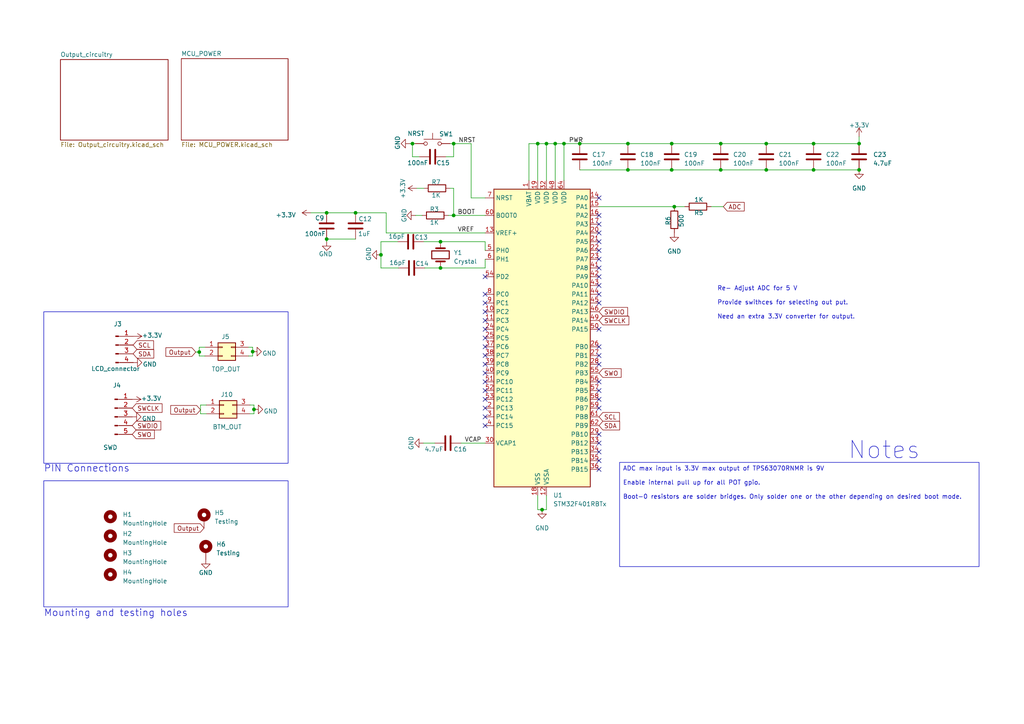
<source format=kicad_sch>
(kicad_sch (version 20230121) (generator eeschema)
  (paper "A4")
  (title_block (title "Power Supply") (date "2023-06-20") (rev "1") (company "Eric Mullally"))
  (lib_symbols
    (symbol "Connector:Conn_01x04_Pin" (pin_names (offset 1.016) hide)
      (property "Reference" "J" (at 0 5.08 0))
      (property "Value" "Conn_01x04_Pin" (at 0 -7.62 0))
      (symbol "Conn_01x04_Pin_1_1"
        (polyline (pts (xy 1.27 -5.08) (xy 0.8636 -5.08)) (stroke (width 0.1524)))
        (polyline (pts (xy 1.27 -2.54) (xy 0.8636 -2.54)) (stroke (width 0.1524)))
        (polyline (pts (xy 1.27 0) (xy 0.8636 0)) (stroke (width 0.1524)))
        (polyline (pts (xy 1.27 2.54) (xy 0.8636 2.54)) (stroke (width 0.1524)))
        (rectangle (start 0.8636 -4.953) (end 0 -5.207) (stroke (width 0.1524)) (fill (type outline)))
        (rectangle (start 0.8636 -2.413) (end 0 -2.667) (stroke (width 0.1524)) (fill (type outline)))
        (rectangle (start 0.8636 0.127) (end 0 -0.127) (stroke (width 0.1524)) (fill (type outline)))
        (rectangle (start 0.8636 2.667) (end 0 2.413) (stroke (width 0.1524)) (fill (type outline)))
        (pin passive line (at 5.08 2.54 180) (length 3.81) (name "Pin_1") (number "1"))
        (pin passive line (at 5.08 0 180) (length 3.81) (name "Pin_2") (number "2"))
        (pin passive line (at 5.08 -2.54 180) (length 3.81) (name "Pin_3") (number "3"))
        (pin passive line (at 5.08 -5.08 180) (length 3.81) (name "Pin_4") (number "4"))
      )
    )
    (symbol "Connector:Conn_01x05_Pin" (pin_names (offset 1.016) hide)
      (property "Reference" "J" (at 0 7.62 0))
      (property "Value" "Conn_01x05_Pin" (at 0 -7.62 0))
      (symbol "Conn_01x05_Pin_1_1"
        (polyline (pts (xy 1.27 -5.08) (xy 0.8636 -5.08)) (stroke (width 0.1524)))
        (polyline (pts (xy 1.27 -2.54) (xy 0.8636 -2.54)) (stroke (width 0.1524)))
        (polyline (pts (xy 1.27 0) (xy 0.8636 0)) (stroke (width 0.1524)))
        (polyline (pts (xy 1.27 2.54) (xy 0.8636 2.54)) (stroke (width 0.1524)))
        (polyline (pts (xy 1.27 5.08) (xy 0.8636 5.08)) (stroke (width 0.1524)))
        (rectangle (start 0.8636 -4.953) (end 0 -5.207) (stroke (width 0.1524)) (fill (type outline)))
        (rectangle (start 0.8636 -2.413) (end 0 -2.667) (stroke (width 0.1524)) (fill (type outline)))
        (rectangle (start 0.8636 0.127) (end 0 -0.127) (stroke (width 0.1524)) (fill (type outline)))
        (rectangle (start 0.8636 2.667) (end 0 2.413) (stroke (width 0.1524)) (fill (type outline)))
        (rectangle (start 0.8636 5.207) (end 0 4.953) (stroke (width 0.1524)) (fill (type outline)))
        (pin passive line (at 5.08 5.08 180) (length 3.81) (name "Pin_1") (number "1"))
        (pin passive line (at 5.08 2.54 180) (length 3.81) (name "Pin_2") (number "2"))
        (pin passive line (at 5.08 0 180) (length 3.81) (name "Pin_3") (number "3"))
        (pin passive line (at 5.08 -2.54 180) (length 3.81) (name "Pin_4") (number "4"))
        (pin passive line (at 5.08 -5.08 180) (length 3.81) (name "Pin_5") (number "5"))
      )
    )
    (symbol "Connector_Generic:Conn_02x02_Top_Bottom" (pin_names (offset 1.016) hide)
      (property "Reference" "J" (at 1.27 2.54 0))
      (property "Value" "Conn_02x02_Top_Bottom" (at 1.27 -5.08 0))
      (symbol "Conn_02x02_Top_Bottom_1_1"
        (rectangle (start -1.27 -2.413) (end 0 -2.667) (stroke (width 0.1524)))
        (rectangle (start -1.27 0.127) (end 0 -0.127) (stroke (width 0.1524)))
        (rectangle (start -1.27 1.27) (end 3.81 -3.81) (stroke (width 0.254)) (fill (type background)))
        (rectangle (start 3.81 -2.413) (end 2.54 -2.667) (stroke (width 0.1524)))
        (rectangle (start 3.81 0.127) (end 2.54 -0.127) (stroke (width 0.1524)))
        (pin passive line (at -5.08 0 0) (length 3.81) (name "Pin_1") (number "1"))
        (pin passive line (at -5.08 -2.54 0) (length 3.81) (name "Pin_2") (number "2"))
        (pin passive line (at 7.62 0 180) (length 3.81) (name "Pin_3") (number "3"))
        (pin passive line (at 7.62 -2.54 180) (length 3.81) (name "Pin_4") (number "4"))
      )
    )
    (symbol "Device:C" (pin_numbers hide) (pin_names (offset 0.254))
      (property "Reference" "C" (at 0.635 2.54 0))
      (property "Value" "C" (at 0.635 -2.54 0))
      (symbol "C_0_1"
        (polyline (pts (xy -2.032 -0.762) (xy 2.032 -0.762)) (stroke (width 0.508)))
        (polyline (pts (xy -2.032 0.762) (xy 2.032 0.762)) (stroke (width 0.508)))
      )
      (symbol "C_1_1"
        (pin passive line (at 0 3.81 270) (length 2.794) (name "~") (number "1"))
        (pin passive line (at 0 -3.81 90) (length 2.794) (name "~") (number "2"))
      )
    )
    (symbol "Device:Crystal" (pin_numbers hide) (pin_names (offset 1.016) hide)
      (property "Reference" "Y" (at 0 3.81 0))
      (property "Value" "Crystal" (at 0 -3.81 0))
      (symbol "Crystal_0_1"
        (rectangle (start -1.143 2.54) (end 1.143 -2.54) (stroke (width 0.3048)))
        (polyline (pts (xy -2.54 0) (xy -1.905 0)))
        (polyline (pts (xy -1.905 -1.27) (xy -1.905 1.27)) (stroke (width 0.508)))
        (polyline (pts (xy 1.905 -1.27) (xy 1.905 1.27)) (stroke (width 0.508)))
        (polyline (pts (xy 2.54 0) (xy 1.905 0)))
      )
      (symbol "Crystal_1_1"
        (pin passive line (at -3.81 0 0) (length 1.27) (name "1") (number "1"))
        (pin passive line (at 3.81 0 180) (length 1.27) (name "2") (number "2"))
      )
    )
    (symbol "Device:R" (pin_numbers hide) (pin_names (offset 0))
      (property "Reference" "R" (at 2.032 0 90))
      (property "Value" "R" (at 0 0 90))
      (symbol "R_0_1"
        (rectangle (start -1.016 -2.54) (end 1.016 2.54) (stroke (width 0.254)))
      )
      (symbol "R_1_1"
        (pin passive line (at 0 3.81 270) (length 1.27) (name "~") (number "1"))
        (pin passive line (at 0 -3.81 90) (length 1.27) (name "~") (number "2"))
      )
    )
    (symbol "MCU_ST_STM32F4:STM32F401RBTx"
      (property "Reference" "U" (at -12.7 44.45 0))
      (property "Value" "STM32F401RBTx" (at 10.16 44.45 0))
      (symbol "STM32F401RBTx_0_1"
        (rectangle (start -12.7 -43.18) (end 15.24 43.18) (stroke (width 0.254)) (fill (type background)))
      )
      (symbol "STM32F401RBTx_1_1"
        (pin power_in line (at -2.54 45.72 270) (length 2.54) (name "VBAT") (number "1"))
        (pin bidirectional line (at -15.24 7.62 0) (length 2.54) (name "PC2") (number "10"))
        (pin bidirectional line (at -15.24 5.08 0) (length 2.54) (name "PC3") (number "11"))
        (pin power_in line (at 2.54 -45.72 90) (length 2.54) (name "VSSA") (number "12"))
        (pin input line (at -15.24 30.48 0) (length 2.54) (name "VREF+") (number "13"))
        (pin bidirectional line (at 17.78 40.64 180) (length 2.54) (name "PA0") (number "14"))
        (pin bidirectional line (at 17.78 38.1 180) (length 2.54) (name "PA1") (number "15"))
        (pin bidirectional line (at 17.78 35.56 180) (length 2.54) (name "PA2") (number "16"))
        (pin bidirectional line (at 17.78 33.02 180) (length 2.54) (name "PA3") (number "17"))
        (pin power_in line (at 0 -45.72 90) (length 2.54) (name "VSS") (number "18"))
        (pin power_in line (at 0 45.72 270) (length 2.54) (name "VDD") (number "19"))
        (pin bidirectional line (at -15.24 -20.32 0) (length 2.54) (name "PC13") (number "2"))
        (pin bidirectional line (at 17.78 30.48 180) (length 2.54) (name "PA4") (number "20"))
        (pin bidirectional line (at 17.78 27.94 180) (length 2.54) (name "PA5") (number "21"))
        (pin bidirectional line (at 17.78 25.4 180) (length 2.54) (name "PA6") (number "22"))
        (pin bidirectional line (at 17.78 22.86 180) (length 2.54) (name "PA7") (number "23"))
        (pin bidirectional line (at -15.24 2.54 0) (length 2.54) (name "PC4") (number "24"))
        (pin bidirectional line (at -15.24 0 0) (length 2.54) (name "PC5") (number "25"))
        (pin bidirectional line (at 17.78 -2.54 180) (length 2.54) (name "PB0") (number "26"))
        (pin bidirectional line (at 17.78 -5.08 180) (length 2.54) (name "PB1") (number "27"))
        (pin bidirectional line (at 17.78 -7.62 180) (length 2.54) (name "PB2") (number "28"))
        (pin bidirectional line (at 17.78 -27.94 180) (length 2.54) (name "PB10") (number "29"))
        (pin bidirectional line (at -15.24 -22.86 0) (length 2.54) (name "PC14") (number "3"))
        (pin power_out line (at -15.24 -30.48 0) (length 2.54) (name "VCAP1") (number "30"))
        (pin passive line (at 0 -45.72 90) (length 2.54) hide (name "VSS") (number "31"))
        (pin power_in line (at 2.54 45.72 270) (length 2.54) (name "VDD") (number "32"))
        (pin bidirectional line (at 17.78 -30.48 180) (length 2.54) (name "PB12") (number "33"))
        (pin bidirectional line (at 17.78 -33.02 180) (length 2.54) (name "PB13") (number "34"))
        (pin bidirectional line (at 17.78 -35.56 180) (length 2.54) (name "PB14") (number "35"))
        (pin bidirectional line (at 17.78 -38.1 180) (length 2.54) (name "PB15") (number "36"))
        (pin bidirectional line (at -15.24 -2.54 0) (length 2.54) (name "PC6") (number "37"))
        (pin bidirectional line (at -15.24 -5.08 0) (length 2.54) (name "PC7") (number "38"))
        (pin bidirectional line (at -15.24 -7.62 0) (length 2.54) (name "PC8") (number "39"))
        (pin bidirectional line (at -15.24 -25.4 0) (length 2.54) (name "PC15") (number "4"))
        (pin bidirectional line (at -15.24 -10.16 0) (length 2.54) (name "PC9") (number "40"))
        (pin bidirectional line (at 17.78 20.32 180) (length 2.54) (name "PA8") (number "41"))
        (pin bidirectional line (at 17.78 17.78 180) (length 2.54) (name "PA9") (number "42"))
        (pin bidirectional line (at 17.78 15.24 180) (length 2.54) (name "PA10") (number "43"))
        (pin bidirectional line (at 17.78 12.7 180) (length 2.54) (name "PA11") (number "44"))
        (pin bidirectional line (at 17.78 10.16 180) (length 2.54) (name "PA12") (number "45"))
        (pin bidirectional line (at 17.78 7.62 180) (length 2.54) (name "PA13") (number "46"))
        (pin passive line (at 0 -45.72 90) (length 2.54) hide (name "VSS") (number "47"))
        (pin power_in line (at 5.08 45.72 270) (length 2.54) (name "VDD") (number "48"))
        (pin bidirectional line (at 17.78 5.08 180) (length 2.54) (name "PA14") (number "49"))
        (pin bidirectional line (at -15.24 25.4 0) (length 2.54) (name "PH0") (number "5"))
        (pin bidirectional line (at 17.78 2.54 180) (length 2.54) (name "PA15") (number "50"))
        (pin bidirectional line (at -15.24 -12.7 0) (length 2.54) (name "PC10") (number "51"))
        (pin bidirectional line (at -15.24 -15.24 0) (length 2.54) (name "PC11") (number "52"))
        (pin bidirectional line (at -15.24 -17.78 0) (length 2.54) (name "PC12") (number "53"))
        (pin bidirectional line (at -15.24 17.78 0) (length 2.54) (name "PD2") (number "54"))
        (pin bidirectional line (at 17.78 -10.16 180) (length 2.54) (name "PB3") (number "55"))
        (pin bidirectional line (at 17.78 -12.7 180) (length 2.54) (name "PB4") (number "56"))
        (pin bidirectional line (at 17.78 -15.24 180) (length 2.54) (name "PB5") (number "57"))
        (pin bidirectional line (at 17.78 -17.78 180) (length 2.54) (name "PB6") (number "58"))
        (pin bidirectional line (at 17.78 -20.32 180) (length 2.54) (name "PB7") (number "59"))
        (pin bidirectional line (at -15.24 22.86 0) (length 2.54) (name "PH1") (number "6"))
        (pin input line (at -15.24 35.56 0) (length 2.54) (name "BOOT0") (number "60"))
        (pin bidirectional line (at 17.78 -22.86 180) (length 2.54) (name "PB8") (number "61"))
        (pin bidirectional line (at 17.78 -25.4 180) (length 2.54) (name "PB9") (number "62"))
        (pin passive line (at 0 -45.72 90) (length 2.54) hide (name "VSS") (number "63"))
        (pin power_in line (at 7.62 45.72 270) (length 2.54) (name "VDD") (number "64"))
        (pin input line (at -15.24 40.64 0) (length 2.54) (name "NRST") (number "7"))
        (pin bidirectional line (at -15.24 12.7 0) (length 2.54) (name "PC0") (number "8"))
        (pin bidirectional line (at -15.24 10.16 0) (length 2.54) (name "PC1") (number "9"))
      )
    )
    (symbol "Mechanical:MountingHole" (pin_names (offset 1.016))
      (property "Reference" "H" (at 0 5.08 0))
      (property "Value" "MountingHole" (at 0 3.175 0))
      (symbol "MountingHole_0_1"
        (circle (center 0 0) (radius 1.27) (stroke (width 1.27)))
      )
    )
    (symbol "Mechanical:MountingHole_Pad" (pin_numbers hide) (pin_names (offset 1.016) hide)
      (property "Reference" "H" (at 0 6.35 0))
      (property "Value" "MountingHole_Pad" (at 0 4.445 0))
      (symbol "MountingHole_Pad_0_1"
        (circle (center 0 1.27) (radius 1.27) (stroke (width 1.27)))
      )
      (symbol "MountingHole_Pad_1_1"
        (pin input line (at 0 -2.54 90) (length 2.54) (name "1") (number "1"))
      )
    )
    (symbol "Switch:SW_Push" (pin_numbers hide) (pin_names (offset 1.016) hide)
      (property "Reference" "SW" (at 1.27 2.54 0))
      (property "Value" "SW_Push" (at 0 -1.524 0))
      (symbol "SW_Push_0_1"
        (circle (center -2.032 0) (radius 0.508))
        (polyline (pts (xy 0 1.27) (xy 0 3.048)))
        (polyline (pts (xy 2.54 1.27) (xy -2.54 1.27)))
        (circle (center 2.032 0) (radius 0.508))
        (pin passive line (at -5.08 0 0) (length 2.54) (name "1") (number "1"))
        (pin passive line (at 5.08 0 180) (length 2.54) (name "2") (number "2"))
      )
    )
    (symbol "power:+3.3V" (power) (pin_names (offset 0))
      (property "Value" "+3.3V" (at 0 3.556 0))
      (symbol "+3.3V_0_1"
        (polyline (pts (xy -0.762 1.27) (xy 0 2.54)))
        (polyline (pts (xy 0 0) (xy 0 2.54)))
        (polyline (pts (xy 0 2.54) (xy 0.762 1.27)))
      )
      (symbol "+3.3V_1_1"
        (pin power_in line (at 0 0 90) (length 0) hide (name "+3.3V") (number "1"))
      )
    )
    (symbol "power:GND" (power) (pin_names (offset 0))
      (property "Value" "GND" (at 0 -3.81 0))
      (symbol "GND_0_1"
        (polyline (pts (xy 0 0) (xy 0 -1.27) (xy 1.27 -1.27) (xy 0 -2.54) (xy -1.27 -1.27) (xy 0 -1.27)))
      )
      (symbol "GND_1_1"
        (pin power_in line (at 0 0 270) (length 0) hide (name "GND") (number "1"))
      )
    )
  )
  (junction (at 222.25 49.276))
  (junction (at 249.174 49.276))
  (junction (at 157.226 147.828))
  (junction (at 119.634 41.656))
  (junction (at 182.118 41.656))
  (junction (at 158.496 41.656))
  (junction (at 249.174 41.656))
  (junction (at 73.279 101.981))
  (junction (at 155.956 41.656))
  (junction (at 235.966 49.276))
  (junction (at 222.25 41.656))
  (junction (at 131.572 41.656))
  (junction (at 161.036 41.656))
  (junction (at 235.966 41.656))
  (junction (at 103.124 61.722))
  (junction (at 194.818 49.276))
  (junction (at 195.58 59.944))
  (junction (at 163.576 41.656))
  (junction (at 94.742 69.342))
  (junction (at 168.148 41.656))
  (junction (at 127.762 70.104))
  (junction (at 194.818 41.656))
  (junction (at 110.49 73.914))
  (junction (at 127.762 77.724))
  (junction (at 209.042 49.276))
  (junction (at 73.66 118.745))
  (junction (at 131.572 62.484))
  (junction (at 182.118 49.276))
  (junction (at 209.042 41.656))
  (junction (at 57.785 102.108))
  (junction (at 94.742 61.722))
  (no_connect (at 140.716 105.664))
  (no_connect (at 140.716 108.204))
  (no_connect (at 173.736 131.064))
  (no_connect (at 173.736 113.284))
  (no_connect (at 173.736 70.104))
  (no_connect (at 173.736 62.484))
  (no_connect (at 173.736 67.564))
  (no_connect (at 173.736 136.144))
  (no_connect (at 173.736 105.664))
  (no_connect (at 173.736 95.504))
  (no_connect (at 140.716 118.364))
  (no_connect (at 173.736 100.584))
  (no_connect (at 173.736 77.724))
  (no_connect (at 140.716 92.964))
  (no_connect (at 173.736 128.524))
  (no_connect (at 140.716 123.444))
  (no_connect (at 140.716 103.124))
  (no_connect (at 140.716 98.044))
  (no_connect (at 173.736 57.404))
  (no_connect (at 173.736 118.364))
  (no_connect (at 140.716 120.904))
  (no_connect (at 140.716 115.824))
  (no_connect (at 140.716 85.344))
  (no_connect (at 140.716 80.264))
  (no_connect (at 140.716 110.744))
  (no_connect (at 140.716 113.284))
  (no_connect (at 173.736 75.184))
  (no_connect (at 140.716 90.424))
  (no_connect (at 173.736 82.804))
  (no_connect (at 173.736 80.264))
  (no_connect (at 173.736 110.744))
  (no_connect (at 140.716 87.884))
  (no_connect (at 173.736 103.124))
  (no_connect (at 173.736 133.604))
  (no_connect (at 173.736 85.344))
  (no_connect (at 140.716 100.584))
  (no_connect (at 173.736 87.884))
  (no_connect (at 173.736 115.824))
  (no_connect (at 173.736 125.984))
  (no_connect (at 173.736 65.024))
  (no_connect (at 173.736 72.644))
  (no_connect (at 140.716 95.504))
  (wire (pts (xy 58.166 117.475) (xy 58.166 120.015)))
  (wire (pts (xy 131.572 41.656) (xy 136.652 41.656)))
  (wire (pts (xy 235.966 41.656) (xy 249.174 41.656)))
  (wire (pts (xy 123.19 77.724) (xy 127.762 77.724)))
  (wire (pts (xy 94.742 61.722) (xy 103.124 61.722)))
  (wire (pts (xy 119.634 41.656) (xy 120.396 41.656)))
  (wire (pts (xy 73.66 118.745) (xy 73.66 120.015)))
  (wire (pts (xy 194.818 49.276) (xy 209.042 49.276)))
  (wire (pts (xy 131.572 45.466) (xy 131.572 41.656)))
  (wire (pts (xy 140.716 70.104) (xy 140.716 72.644)))
  (wire (pts (xy 131.572 54.61) (xy 131.572 62.484)))
  (wire (pts (xy 161.036 41.656) (xy 161.036 52.324)))
  (wire (pts (xy 94.742 69.342) (xy 103.124 69.342)))
  (wire (pts (xy 129.286 45.466) (xy 131.572 45.466)))
  (wire (pts (xy 158.496 41.656) (xy 161.036 41.656)))
  (wire (pts (xy 153.416 41.656) (xy 153.416 52.324)))
  (wire (pts (xy 73.279 100.711) (xy 73.279 101.981)))
  (wire (pts (xy 120.523 62.484) (xy 122.428 62.484)))
  (wire (pts (xy 209.042 41.656) (xy 222.25 41.656)))
  (wire (pts (xy 110.49 73.914) (xy 110.49 77.724)))
  (wire (pts (xy 112.014 67.564) (xy 140.716 67.564)))
  (wire (pts (xy 72.517 120.015) (xy 73.66 120.015)))
  (wire (pts (xy 161.036 41.656) (xy 163.576 41.656)))
  (wire (pts (xy 130.048 62.484) (xy 131.572 62.484)))
  (wire (pts (xy 163.576 41.656) (xy 168.148 41.656)))
  (wire (pts (xy 57.785 103.251) (xy 59.436 103.251)))
  (wire (pts (xy 182.118 41.656) (xy 194.818 41.656)))
  (wire (pts (xy 122.809 128.524) (xy 126.111 128.524)))
  (wire (pts (xy 222.25 41.656) (xy 235.966 41.656)))
  (wire (pts (xy 194.818 41.656) (xy 209.042 41.656)))
  (wire (pts (xy 155.956 41.656) (xy 155.956 52.324)))
  (wire (pts (xy 110.49 77.724) (xy 115.57 77.724)))
  (wire (pts (xy 249.174 39.624) (xy 249.174 41.656)))
  (wire (pts (xy 90.17 61.722) (xy 94.742 61.722)))
  (wire (pts (xy 72.136 103.251) (xy 73.279 103.251)))
  (wire (pts (xy 173.736 59.944) (xy 195.58 59.944)))
  (wire (pts (xy 94.742 70.104) (xy 94.742 69.342)))
  (wire (pts (xy 127.762 70.104) (xy 140.716 70.104)))
  (wire (pts (xy 120.904 54.61) (xy 122.936 54.61)))
  (wire (pts (xy 112.014 61.722) (xy 112.014 67.564)))
  (wire (pts (xy 72.517 117.475) (xy 73.66 117.475)))
  (wire (pts (xy 158.496 41.656) (xy 158.496 52.324)))
  (wire (pts (xy 72.136 100.711) (xy 73.279 100.711)))
  (wire (pts (xy 56.769 102.108) (xy 57.785 102.108)))
  (wire (pts (xy 155.956 143.764) (xy 155.956 147.828)))
  (wire (pts (xy 127.762 77.724) (xy 140.716 77.724)))
  (wire (pts (xy 131.572 62.484) (xy 140.716 62.484)))
  (wire (pts (xy 155.956 147.828) (xy 157.226 147.828)))
  (wire (pts (xy 153.416 41.656) (xy 155.956 41.656)))
  (wire (pts (xy 73.279 101.981) (xy 73.279 103.251)))
  (wire (pts (xy 115.316 70.104) (xy 110.49 70.104)))
  (wire (pts (xy 130.556 54.61) (xy 131.572 54.61)))
  (wire (pts (xy 130.556 41.656) (xy 131.572 41.656)))
  (wire (pts (xy 122.936 70.104) (xy 127.762 70.104)))
  (wire (pts (xy 182.118 49.276) (xy 194.818 49.276)))
  (wire (pts (xy 168.148 49.276) (xy 182.118 49.276)))
  (wire (pts (xy 57.785 100.711) (xy 57.785 102.108)))
  (wire (pts (xy 133.731 128.524) (xy 140.716 128.524)))
  (wire (pts (xy 136.652 41.656) (xy 136.652 57.404)))
  (wire (pts (xy 103.124 61.722) (xy 112.014 61.722)))
  (wire (pts (xy 168.148 41.656) (xy 182.118 41.656)))
  (wire (pts (xy 118.872 41.656) (xy 119.634 41.656)))
  (wire (pts (xy 110.49 70.104) (xy 110.49 73.914)))
  (wire (pts (xy 58.166 120.015) (xy 59.817 120.015)))
  (wire (pts (xy 58.166 117.475) (xy 59.817 117.475)))
  (wire (pts (xy 206.248 59.944) (xy 209.804 59.944)))
  (wire (pts (xy 57.785 100.711) (xy 59.436 100.711)))
  (wire (pts (xy 163.576 52.324) (xy 163.576 41.656)))
  (wire (pts (xy 235.966 49.276) (xy 249.174 49.276)))
  (wire (pts (xy 119.634 41.656) (xy 119.634 45.466)))
  (wire (pts (xy 136.652 57.404) (xy 140.716 57.404)))
  (wire (pts (xy 157.226 147.828) (xy 158.496 147.828)))
  (wire (pts (xy 222.25 49.276) (xy 235.966 49.276)))
  (wire (pts (xy 195.58 59.944) (xy 198.628 59.944)))
  (wire (pts (xy 209.042 49.276) (xy 222.25 49.276)))
  (wire (pts (xy 158.496 147.828) (xy 158.496 143.764)))
  (wire (pts (xy 155.956 41.656) (xy 158.496 41.656)))
  (wire (pts (xy 73.66 117.475) (xy 73.66 118.745)))
  (wire (pts (xy 121.666 45.466) (xy 119.634 45.466)))
  (wire (pts (xy 140.716 75.184) (xy 140.716 77.724)))
  (wire (pts (xy 57.785 102.108) (xy 57.785 103.251)))
  (rectangle (start 12.7 90.424) (end 83.566 134.366))
  (rectangle (start 12.7 139.446) (end 83.566 176.022))
  (text_box "ADC max input is 3.3V max output of TPS63070RNMR is 9V \n \nEnable internal pull up for all POT gpio.\n\nBoot-0 resistors are solder bridges. Only solder one or the other depending on desired boot mode." (at 179.705 134.112 0) (size 104.267 30.226) (effects (font (size 1.27 1.27)) (justify left top)))
  (text "Re- Adjust ADC for 5 V\n\nProvide swithces for selecting out put.\n\nNeed an extra 3.3V converter for output.\n\n" (at 208.026 94.742 0) (effects (font (size 1.27 1.27)) (justify left bottom)))
  (text "Mounting and testing holes" (at 12.7 179.07 0) (effects (font (size 2 2)) (justify left bottom)))
  (text "Notes\n" (at 245.872 133.604 0) (effects (font (size 5 5)) (justify left bottom)))
  (text "PIN Connections\n" (at 12.7 137.16 0) (effects (font (size 2 2)) (justify left bottom)))
  (label "VCAP" (at 134.747 128.524 0))
  (label "PWR" (at 164.973 41.656 0))
  (label "BOOT" (at 132.715 62.484 0))
  (label "NRST" (at 132.969 41.656 0))
  (label "VREF" (at 132.715 67.564 0))
  (global_label "Output" (shape input) (at 56.769 102.108 180) (property "Intersheetrefs" "${INTERSHEET_REFS}" (effects hide)))
  (global_label "SWDIO" (shape input) (at 38.354 123.444 0) (property "Intersheetrefs" "${INTERSHEET_REFS}" (effects hide)))
  (global_label "SWO" (shape input) (at 173.736 108.204 0) (property "Intersheetrefs" "${INTERSHEET_REFS}" (effects hide)))
  (global_label "SCL" (shape input) (at 173.736 120.904 0) (property "Intersheetrefs" "${INTERSHEET_REFS}" (effects hide)))
  (global_label "Output" (shape input) (at 58.166 118.872 180) (property "Intersheetrefs" "${INTERSHEET_REFS}" (effects hide)))
  (global_label "ADC" (shape input) (at 209.804 59.944 0) (property "Intersheetrefs" "${INTERSHEET_REFS}" (effects hide)))
  (global_label "SWO" (shape input) (at 38.354 125.984 0) (property "Intersheetrefs" "${INTERSHEET_REFS}" (effects hide)))
  (global_label "SWCLK" (shape input) (at 173.736 92.964 0) (property "Intersheetrefs" "${INTERSHEET_REFS}" (effects hide)))
  (global_label "SWDIO" (shape input) (at 173.736 90.424 0) (property "Intersheetrefs" "${INTERSHEET_REFS}" (effects hide)))
  (global_label "Output" (shape input) (at 59.182 153.162 180) (property "Intersheetrefs" "${INTERSHEET_REFS}" (effects hide)))
  (global_label "SWCLK" (shape input) (at 38.354 118.364 0) (property "Intersheetrefs" "${INTERSHEET_REFS}" (effects hide)))
  (global_label "SDA" (shape input) (at 38.608 102.616 0) (property "Intersheetrefs" "${INTERSHEET_REFS}" (effects hide)))
  (global_label "SCL" (shape input) (at 38.608 100.076 0) (property "Intersheetrefs" "${INTERSHEET_REFS}" (effects hide)))
  (global_label "SDA" (shape input) (at 173.736 123.444 0) (property "Intersheetrefs" "${INTERSHEET_REFS}" (effects hide)))
  (symbol (lib_id "power:GND") (at 249.174 49.276 0) (unit 1)
    (property "Reference" "#PWR025" (effects hide))
    (property "Value" "GND" (at 249.174 54.61 0))
  )
  (symbol (lib_id "power:+3.3V") (at 38.608 97.536 270) (unit 1)
    (property "Reference" "#PWR027" (effects hide))
    (property "Value" "+3.3V" (at 41.148 97.282 90) (effects (justify left)))
  )
  (symbol (lib_id "power:+3.3V") (at 90.17 61.722 90) (unit 1)
    (property "Reference" "#PWR011" (effects hide))
    (property "Value" "+3.3V" (at 85.852 62.357 90) (effects (justify left)))
  )
  (symbol (lib_id "Device:C") (at 194.818 45.466 0) (unit 1)
    (property "Reference" "C19" (at 198.374 44.831 0) (effects (justify left)))
    (property "Value" "100nF" (at 198.374 47.371 0) (effects (justify left)))
    (property "Footprint" "Capacitor_SMD:C_0603_1608Metric_Pad1.08x0.95mm_HandSolder" (effects hide))
  )
  (symbol (lib_id "power:GND") (at 157.226 147.828 0) (unit 1)
    (property "Reference" "#PWR023" (effects hide))
    (property "Value" "GND" (at 157.226 153.162 0))
  )
  (symbol (lib_id "power:GND") (at 73.279 101.981 90) (unit 1)
    (property "Reference" "#PWR031" (effects hide))
    (property "Value" "GND" (at 76.073 102.489 90) (effects (justify right)))
  )
  (symbol (lib_id "Device:C") (at 222.25 45.466 0) (unit 1)
    (property "Reference" "C21" (at 225.806 44.831 0) (effects (justify left)))
    (property "Value" "100nF" (at 225.806 47.371 0) (effects (justify left)))
    (property "Footprint" "Capacitor_SMD:C_0603_1608Metric_Pad1.08x0.95mm_HandSolder" (effects hide))
  )
  (symbol (lib_id "Mechanical:MountingHole") (at 32.004 161.036 0) (unit 1)
    (property "Reference" "H3" (at 35.56 160.401 0) (effects (justify left)))
    (property "Value" "MountingHole" (at 35.56 162.941 0) (effects (justify left)))
    (property "Footprint" "MountingHole:MountingHole_3.2mm_M3" (effects hide))
  )
  (symbol (lib_id "Device:C") (at 168.148 45.466 0) (unit 1)
    (property "Reference" "C17" (at 171.704 44.831 0) (effects (justify left)))
    (property "Value" "100nF" (at 171.704 47.371 0) (effects (justify left)))
    (property "Footprint" "Capacitor_SMD:C_0603_1608Metric_Pad1.08x0.95mm_HandSolder" (effects hide))
  )
  (symbol (lib_id "power:GND") (at 38.608 105.156 90) (unit 1)
    (property "Reference" "#PWR026" (effects hide))
    (property "Value" "GND" (at 41.402 105.664 90) (effects (justify right)))
  )
  (symbol (lib_id "Device:R") (at 126.746 54.61 90) (unit 1)
    (property "Reference" "R7" (at 126.492 52.832 90))
    (property "Value" "1K" (at 126.492 56.642 90))
    (property "Footprint" "Resistor_SMD:R_0402_1005Metric_Pad0.72x0.64mm_HandSolder" (effects hide))
  )
  (symbol (lib_id "power:GND") (at 122.809 128.524 270) (unit 1)
    (property "Reference" "#PWR022" (effects hide))
    (property "Value" "GND" (at 119.253 130.556 0) (effects (justify right)))
  )
  (symbol (lib_id "MCU_ST_STM32F4:STM32F401RBTx") (at 155.956 98.044 0) (unit 1)
    (property "Reference" "U1" (at 160.4519 143.637 0) (effects (justify left)))
    (property "Value" "STM32F401RBTx" (at 160.4519 146.177 0) (effects (justify left)))
    (property "Footprint" "Package_QFP:LQFP-64_10x10mm_P0.5mm" (effects hide))
    (property "Datasheet" "https://www.st.com/resource/en/datasheet/stm32f401rb.pdf" (effects hide))
  )
  (symbol (lib_id "Device:C") (at 129.921 128.524 90) (unit 1)
    (property "Reference" "C16" (at 133.477 130.302 90))
    (property "Value" "4.7uF" (at 125.857 130.302 90))
    (property "Footprint" "Capacitor_SMD:C_0603_1608Metric_Pad1.08x0.95mm_HandSolder" (effects hide))
  )
  (symbol (lib_id "power:+3.3V") (at 249.174 39.624 0) (unit 1)
    (property "Reference" "#PWR024" (effects hide))
    (property "Value" "+3.3V" (at 249.174 36.322 0))
  )
  (symbol (lib_id "Device:C") (at 103.124 65.532 180) (unit 1)
    (property "Reference" "C12" (at 105.918 63.5 0))
    (property "Value" "1uF" (at 105.664 67.818 0))
    (property "Footprint" "Capacitor_SMD:C_0603_1608Metric_Pad1.08x0.95mm_HandSolder" (effects hide))
  )
  (symbol (lib_id "power:GND") (at 195.58 67.564 0) (unit 1)
    (property "Reference" "#PWR036" (effects hide))
    (property "Value" "GND" (at 195.58 72.898 0))
  )
  (symbol (lib_id "power:GND") (at 94.742 70.104 0) (unit 1)
    (property "Reference" "#PWR012" (effects hide))
    (property "Value" "GND" (at 96.52 73.66 0) (effects (justify right)))
  )
  (symbol (lib_id "power:GND") (at 59.69 162.306 0) (unit 1)
    (property "Reference" "#PWR030" (effects hide))
    (property "Value" "GND" (at 61.722 166.116 0) (effects (justify right)))
  )
  (symbol (lib_id "power:GND") (at 118.872 41.656 270) (unit 1)
    (property "Reference" "#PWR020" (effects hide))
    (property "Value" "GND" (at 115.316 43.434 0) (effects (justify right)))
  )
  (symbol (lib_id "power:GND") (at 110.49 73.914 270) (unit 1)
    (property "Reference" "#PWR015" (effects hide))
    (property "Value" "GND" (at 106.934 75.692 0) (effects (justify right)))
  )
  (symbol (lib_id "power:+3.3V") (at 120.904 54.61 90) (unit 1)
    (property "Reference" "#PWR037" (effects hide))
    (property "Value" "+3.3V" (at 116.84 57.658 0) (effects (justify left)))
  )
  (symbol (lib_id "Mechanical:MountingHole") (at 32.004 166.624 0) (unit 1)
    (property "Reference" "H4" (at 35.56 165.989 0) (effects (justify left)))
    (property "Value" "MountingHole" (at 35.56 168.529 0) (effects (justify left)))
    (property "Footprint" "MountingHole:MountingHole_3.2mm_M3" (effects hide))
  )
  (symbol (lib_id "Device:R") (at 195.58 63.754 180) (unit 1)
    (property "Reference" "R6" (at 193.802 64.008 90))
    (property "Value" "500" (at 197.612 64.008 90))
    (property "Footprint" "Resistor_SMD:R_0402_1005Metric_Pad0.72x0.64mm_HandSolder" (effects hide))
  )
  (symbol (lib_id "Device:C") (at 209.042 45.466 0) (unit 1)
    (property "Reference" "C20" (at 212.598 44.831 0) (effects (justify left)))
    (property "Value" "100nF" (at 212.598 47.371 0) (effects (justify left)))
    (property "Footprint" "Capacitor_SMD:C_0603_1608Metric_Pad1.08x0.95mm_HandSolder" (effects hide))
  )
  (symbol (lib_id "Connector:Conn_01x05_Pin") (at 33.274 120.904 0) (unit 1)
    (property "Reference" "J4" (at 33.909 111.76 0))
    (property "Value" "SWD" (at 32.004 129.794 0))
    (property "Footprint" "Connector_PinHeader_2.54mm:PinHeader_1x05_P2.54mm_Vertical" (effects hide))
  )
  (symbol (lib_id "power:GND") (at 73.66 118.745 90) (unit 1)
    (property "Reference" "#PWR032" (effects hide))
    (property "Value" "GND" (at 76.454 119.253 90) (effects (justify right)))
  )
  (symbol (lib_id "Device:C") (at 182.118 45.466 0) (unit 1)
    (property "Reference" "C18" (at 185.674 44.831 0) (effects (justify left)))
    (property "Value" "100nF" (at 185.674 47.371 0) (effects (justify left)))
    (property "Footprint" "Capacitor_SMD:C_0603_1608Metric_Pad1.08x0.95mm_HandSolder" (effects hide))
  )
  (symbol (lib_id "Device:R") (at 202.438 59.944 270) (unit 1)
    (property "Reference" "R5" (at 202.692 61.722 90))
    (property "Value" "1K" (at 202.692 57.912 90))
    (property "Footprint" "Resistor_SMD:R_0402_1005Metric_Pad0.72x0.64mm_HandSolder" (effects hide))
  )
  (symbol (lib_id "Mechanical:MountingHole_Pad") (at 59.69 159.766 0) (unit 1)
    (property "Reference" "H6" (at 62.738 157.861 0) (effects (justify left)))
    (property "Value" "Testing" (at 62.738 160.401 0) (effects (justify left)))
    (property "Footprint" "MountingHole:MountingHole_2.2mm_M2_DIN965_Pad_TopOnly" (effects hide))
  )
  (symbol (lib_id "Device:R") (at 126.238 62.484 90) (unit 1)
    (property "Reference" "R3" (at 125.984 60.706 90))
    (property "Value" "1K" (at 125.984 64.516 90))
    (property "Footprint" "Resistor_SMD:R_0402_1005Metric_Pad0.72x0.64mm_HandSolder" (effects hide))
  )
  (symbol (lib_id "Device:C") (at 119.126 70.104 90) (unit 1)
    (property "Reference" "C13" (at 122.174 68.834 90))
    (property "Value" "16pF" (at 115.062 68.58 90))
    (property "Footprint" "Capacitor_SMD:C_0603_1608Metric_Pad1.08x0.95mm_HandSolder" (effects hide))
  )
  (symbol (lib_id "Mechanical:MountingHole") (at 32.004 149.86 0) (unit 1)
    (property "Reference" "H1" (at 35.56 149.225 0) (effects (justify left)))
    (property "Value" "MountingHole" (at 35.56 151.765 0) (effects (justify left)))
    (property "Footprint" "MountingHole:MountingHole_3.2mm_M3" (effects hide))
  )
  (symbol (lib_id "Device:C") (at 125.476 45.466 90) (unit 1)
    (property "Reference" "C15" (at 128.524 47.244 90))
    (property "Value" "100nF" (at 121.158 47.244 90))
    (property "Footprint" "Capacitor_SMD:C_0603_1608Metric_Pad1.08x0.95mm_HandSolder" (effects hide))
  )
  (symbol (lib_id "Device:C") (at 235.966 45.466 0) (unit 1)
    (property "Reference" "C22" (at 239.522 44.831 0) (effects (justify left)))
    (property "Value" "100nF" (at 239.522 47.371 0) (effects (justify left)))
    (property "Footprint" "Capacitor_SMD:C_0603_1608Metric_Pad1.08x0.95mm_HandSolder" (effects hide))
  )
  (symbol (lib_id "power:+3.3V") (at 38.354 115.824 270) (unit 1)
    (property "Reference" "#PWR028" (effects hide))
    (property "Value" "+3.3V" (at 40.894 115.57 90) (effects (justify left)))
  )
  (symbol (lib_id "Connector_Generic:Conn_02x02_Top_Bottom") (at 64.516 100.711 0) (unit 1)
    (property "Reference" "J5" (at 65.405 97.663 0))
    (property "Value" "TOP_OUT" (at 65.532 107.061 0))
    (property "Footprint" "Connector_PinHeader_2.54mm:PinHeader_2x02_P2.54mm_Vertical" (effects hide))
  )
  (symbol (lib_id "Connector_Generic:Conn_02x02_Top_Bottom") (at 64.897 117.475 0) (unit 1)
    (property "Reference" "J10" (at 65.786 114.427 0))
    (property "Value" "BTM_OUT" (at 65.913 123.825 0))
    (property "Footprint" "Connector_PinHeader_2.54mm:PinHeader_2x02_P2.54mm_Vertical" (effects hide))
  )
  (symbol (lib_id "power:GND") (at 38.354 120.904 90) (unit 1)
    (property "Reference" "#PWR029" (effects hide))
    (property "Value" "GND" (at 41.148 121.412 90) (effects (justify right)))
  )
  (symbol (lib_id "Connector:Conn_01x04_Pin") (at 33.528 100.076 0) (unit 1)
    (property "Reference" "J3" (at 34.163 93.98 0))
    (property "Value" "LCD_connector" (at 33.528 106.934 0))
    (property "Footprint" "Connector_PinHeader_2.54mm:PinHeader_1x04_P2.54mm_Vertical" (effects hide))
  )
  (symbol (lib_id "Mechanical:MountingHole") (at 32.004 155.448 0) (unit 1)
    (property "Reference" "H2" (at 35.56 154.813 0) (effects (justify left)))
    (property "Value" "MountingHole" (at 35.56 157.353 0) (effects (justify left)))
    (property "Footprint" "MountingHole:MountingHole_3.2mm_M3" (effects hide))
  )
  (symbol (lib_id "Switch:SW_Push") (at 125.476 41.656 0) (unit 1)
    (property "Reference" "SW1" (at 129.413 38.862 0))
    (property "Value" "NRST" (at 120.65 38.735 0))
    (property "Footprint" "Button_Switch_THT:SW_PUSH_6mm_H4.3mm" (effects hide))
  )
  (symbol (lib_id "Mechanical:MountingHole_Pad") (at 59.182 150.622 0) (unit 1)
    (property "Reference" "H5" (at 62.23 148.717 0) (effects (justify left)))
    (property "Value" "Testing" (at 62.23 151.257 0) (effects (justify left)))
    (property "Footprint" "MountingHole:MountingHole_2.2mm_M2_DIN965_Pad_TopOnly" (effects hide))
  )
  (symbol (lib_id "Device:Crystal") (at 127.762 73.914 90) (unit 1)
    (property "Reference" "Y1" (at 131.572 73.279 90) (effects (justify right)))
    (property "Value" "Crystal" (at 131.572 75.819 90) (effects (justify right)))
    (property "Footprint" "Crystal:Crystal_SMD_ECS_CSM3X-2Pin_7.6x4.1mm" (effects hide))
  )
  (symbol (lib_id "power:GND") (at 120.523 62.484 270) (unit 1)
    (property "Reference" "#PWR021" (effects hide))
    (property "Value" "GND" (at 117.221 64.516 0) (effects (justify right)))
  )
  (symbol (lib_id "Device:C") (at 94.742 65.532 180) (unit 1)
    (property "Reference" "C9" (at 92.71 63.246 0))
    (property "Value" "100nF" (at 91.44 67.818 0))
    (property "Footprint" "Capacitor_SMD:C_0603_1608Metric_Pad1.08x0.95mm_HandSolder" (effects hide))
  )
  (symbol (lib_id "Device:C") (at 249.174 45.466 0) (unit 1)
    (property "Reference" "C23" (at 253.238 44.831 0) (effects (justify left)))
    (property "Value" "4.7uF" (at 253.238 47.371 0) (effects (justify left)))
    (property "Footprint" "Capacitor_SMD:C_0603_1608Metric_Pad1.08x0.95mm_HandSolder" (effects hide))
  )
  (symbol (lib_id "Device:C") (at 119.38 77.724 90) (unit 1)
    (property "Reference" "C14" (at 122.428 76.454 90))
    (property "Value" "16pF" (at 115.316 76.2 90))
    (property "Footprint" "Capacitor_SMD:C_0603_1608Metric_Pad1.08x0.95mm_HandSolder" (effects hide))
  )
  (sheet (at 52.578 17.018) (size 30.988 23.622) (stroke (width 0.1524))
    (property "Sheetname" "MCU_POWER" (at 52.578 16.3064 0) (effects (justify left bottom)))
    (property "Sheetfile" "MCU_POWER.kicad_sch" (at 52.578 41.2246 0) (effects (justify left top)))
  )
  (sheet (at 17.526 17.272) (size 31.242 23.368) (stroke (width 0.1524))
    (property "Sheetname" "Output_circuitry" (at 17.526 16.5604 0) (effects (justify left bottom)))
    (property "Sheetfile" "Output_circuitry.kicad_sch" (at 17.526 41.2246 0) (effects (justify left top)))
  )
)
</source>
